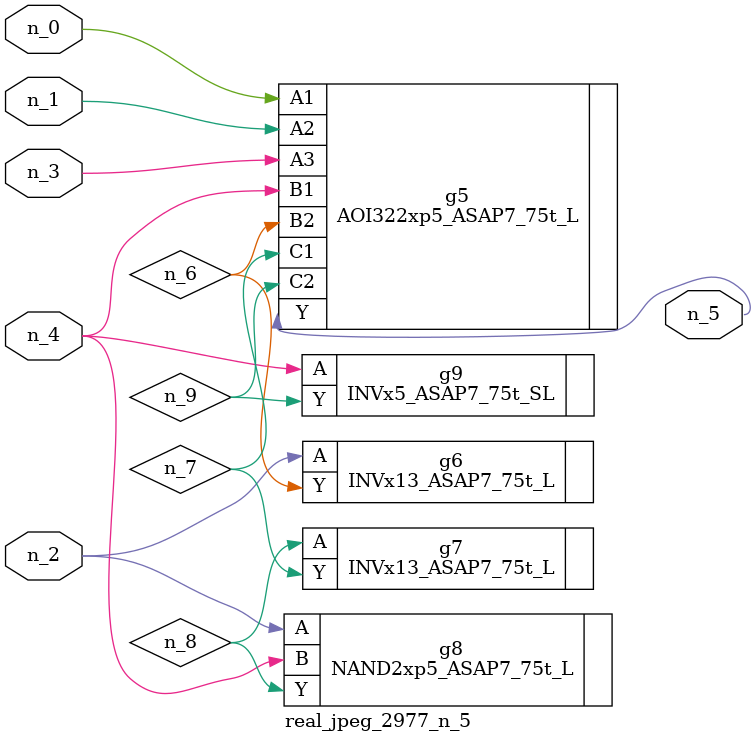
<source format=v>
module real_jpeg_2977_n_5 (n_4, n_0, n_1, n_2, n_3, n_5);

input n_4;
input n_0;
input n_1;
input n_2;
input n_3;

output n_5;

wire n_8;
wire n_6;
wire n_7;
wire n_9;

AOI322xp5_ASAP7_75t_L g5 ( 
.A1(n_0),
.A2(n_1),
.A3(n_3),
.B1(n_4),
.B2(n_6),
.C1(n_7),
.C2(n_9),
.Y(n_5)
);

INVx13_ASAP7_75t_L g6 ( 
.A(n_2),
.Y(n_6)
);

NAND2xp5_ASAP7_75t_L g8 ( 
.A(n_2),
.B(n_4),
.Y(n_8)
);

INVx5_ASAP7_75t_SL g9 ( 
.A(n_4),
.Y(n_9)
);

INVx13_ASAP7_75t_L g7 ( 
.A(n_8),
.Y(n_7)
);


endmodule
</source>
